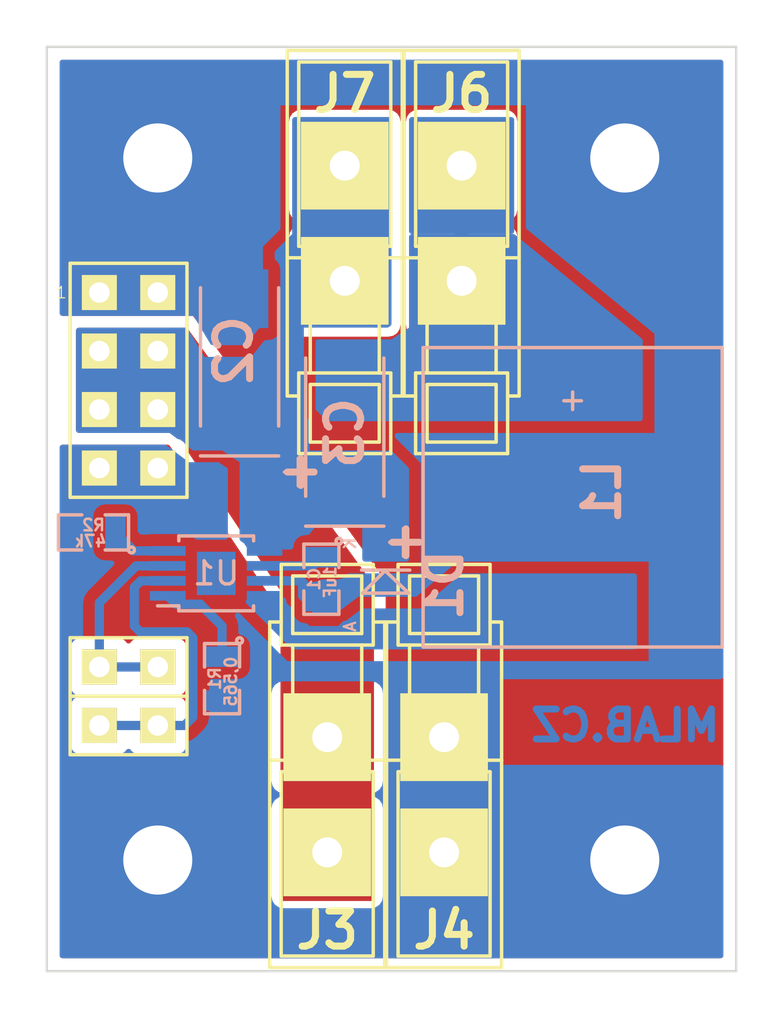
<source format=kicad_pcb>
(kicad_pcb (version 4) (host pcbnew "(2015-05-13 BZR 5653)-product")

  (general
    (links 37)
    (no_connects 0)
    (area 0.205999 -40.434001 30.274001 -0.205999)
    (thickness 1.6)
    (drawings 5)
    (tracks 35)
    (zones 0)
    (modules 19)
    (nets 10)
  )

  (page A4)
  (layers
    (0 F.Cu signal)
    (31 B.Cu signal)
    (32 B.Adhes user)
    (33 F.Adhes user)
    (34 B.Paste user)
    (35 F.Paste user)
    (36 B.SilkS user)
    (37 F.SilkS user)
    (38 B.Mask user)
    (39 F.Mask user)
    (40 Dwgs.User user)
    (41 Cmts.User user)
    (42 Eco1.User user)
    (43 Eco2.User user)
    (44 Edge.Cuts user)
    (45 Margin user)
    (46 B.CrtYd user)
    (47 F.CrtYd user)
    (48 B.Fab user)
    (49 F.Fab user)
  )

  (setup
    (last_trace_width 0.6)
    (user_trace_width 0.2)
    (user_trace_width 0.3)
    (user_trace_width 0.4)
    (user_trace_width 0.5)
    (user_trace_width 0.6)
    (trace_clearance 0.2)
    (zone_clearance 0.508)
    (zone_45_only yes)
    (trace_min 0.2)
    (segment_width 0.2)
    (edge_width 0.1)
    (via_size 0.6)
    (via_drill 0.4)
    (via_min_size 0.4)
    (via_min_drill 0.3)
    (uvia_size 0.3)
    (uvia_drill 0.1)
    (uvias_allowed no)
    (uvia_min_size 0.2)
    (uvia_min_drill 0.1)
    (pcb_text_width 0.3)
    (pcb_text_size 1.5 1.5)
    (mod_edge_width 0.15)
    (mod_text_size 1 1)
    (mod_text_width 0.15)
    (pad_size 1.5 1.5)
    (pad_drill 0.6)
    (pad_to_mask_clearance 0)
    (aux_axis_origin 0 0)
    (visible_elements 7FFFFF7F)
    (pcbplotparams
      (layerselection 0x00030_80000001)
      (usegerberextensions false)
      (excludeedgelayer true)
      (linewidth 0.300000)
      (plotframeref false)
      (viasonmask false)
      (mode 1)
      (useauxorigin false)
      (hpglpennumber 1)
      (hpglpenspeed 20)
      (hpglpendiameter 15)
      (hpglpenoverlay 2)
      (psnegative false)
      (psa4output false)
      (plotreference true)
      (plotvalue true)
      (plotinvisibletext false)
      (padsonsilk false)
      (subtractmaskfromsilk false)
      (outputformat 1)
      (mirror false)
      (drillshape 1)
      (scaleselection 1)
      (outputdirectory ""))
  )

  (net 0 "")
  (net 1 "Net-(C1-Pad1)")
  (net 2 GND)
  (net 3 /+LED)
  (net 4 /-LED)
  (net 5 /DIM)
  (net 6 /EN)
  (net 7 "Net-(R1-Pad1)")
  (net 8 "Net-(R2-Pad1)")
  (net 9 "Net-(D1-Pad1)")

  (net_class Default "Toto je výchozí třída sítě."
    (clearance 0.2)
    (trace_width 0.25)
    (via_dia 0.6)
    (via_drill 0.4)
    (uvia_dia 0.3)
    (uvia_drill 0.1)
    (add_net /+LED)
    (add_net /-LED)
    (add_net /DIM)
    (add_net /EN)
    (add_net GND)
    (add_net "Net-(C1-Pad1)")
    (add_net "Net-(D1-Pad1)")
    (add_net "Net-(R1-Pad1)")
    (add_net "Net-(R2-Pad1)")
  )

  (module Mlab_R:SMD-0805 (layer B.Cu) (tedit 54799E0C) (tstamp 564C38EE)
    (at 12.192 -17.272 270)
    (path /564C23E1)
    (attr smd)
    (fp_text reference C1 (at 0 0.3175 270) (layer B.SilkS)
      (effects (font (size 0.50038 0.50038) (thickness 0.10922)) (justify mirror))
    )
    (fp_text value 1uF (at 0.127 -0.381 270) (layer B.SilkS)
      (effects (font (size 0.50038 0.50038) (thickness 0.10922)) (justify mirror))
    )
    (fp_circle (center -1.651 -0.762) (end -1.651 -0.635) (layer B.SilkS) (width 0.15))
    (fp_line (start -0.508 -0.762) (end -1.524 -0.762) (layer B.SilkS) (width 0.15))
    (fp_line (start -1.524 -0.762) (end -1.524 0.762) (layer B.SilkS) (width 0.15))
    (fp_line (start -1.524 0.762) (end -0.508 0.762) (layer B.SilkS) (width 0.15))
    (fp_line (start 0.508 0.762) (end 1.524 0.762) (layer B.SilkS) (width 0.15))
    (fp_line (start 1.524 0.762) (end 1.524 -0.762) (layer B.SilkS) (width 0.15))
    (fp_line (start 1.524 -0.762) (end 0.508 -0.762) (layer B.SilkS) (width 0.15))
    (pad 1 smd rect (at -0.9525 0 270) (size 0.889 1.397) (layers B.Cu B.Paste B.Mask)
      (net 1 "Net-(C1-Pad1)"))
    (pad 2 smd rect (at 0.9525 0 270) (size 0.889 1.397) (layers B.Cu B.Paste B.Mask)
      (net 2 GND))
    (model MLAB_3D/Resistors/chip_cms.wrl
      (at (xyz 0 0 0))
      (scale (xyz 0.1 0.1 0.1))
      (rotate (xyz 0 0 0))
    )
  )

  (module Mlab_C:TantalC_SizeC_Reflow (layer B.Cu) (tedit 564C626B) (tstamp 564C38F4)
    (at 8.636 -26.924 90)
    (descr "Tantal Cap. , Size C, EIA-6032, Reflow,")
    (tags "Tantal Cap. , Size C, EIA-6032, Reflow,")
    (path /564C5CF3)
    (attr smd)
    (fp_text reference C2 (at 0.254 -0.254 90) (layer B.SilkS)
      (effects (font (thickness 0.3048)) (justify mirror))
    )
    (fp_text value 4,7uF (at -0.09906 -3.59918 90) (layer B.SilkS) hide
      (effects (font (thickness 0.3048)) (justify mirror))
    )
    (fp_line (start -4.30022 1.69926) (end -4.30022 -1.69926) (layer B.SilkS) (width 0.15))
    (fp_line (start 2.99974 -1.69926) (end -2.99974 -1.69926) (layer B.SilkS) (width 0.15))
    (fp_line (start 2.99974 1.69926) (end -2.99974 1.69926) (layer B.SilkS) (width 0.15))
    (fp_text user + (at -4.99872 2.55016 90) (layer B.SilkS)
      (effects (font (thickness 0.3048)) (justify mirror))
    )
    (fp_line (start -5.00126 3.05308) (end -5.00126 1.95326) (layer B.SilkS) (width 0.15))
    (fp_line (start -5.6007 2.5527) (end -4.40182 2.5527) (layer B.SilkS) (width 0.15))
    (pad 2 smd rect (at 2.52476 0 90) (size 2.55016 2.49936) (layers B.Cu B.Paste B.Mask)
      (net 2 GND))
    (pad 1 smd rect (at -2.52476 0 90) (size 2.55016 2.49936) (layers B.Cu B.Paste B.Mask)
      (net 3 /+LED))
    (model MLAB_3D/Capacitors/c_tant_C.wrl
      (at (xyz 0 0 0))
      (scale (xyz 1 1 1))
      (rotate (xyz 0 0 180))
    )
  )

  (module Mlab_C:TantalC_SizeC_Reflow (layer B.Cu) (tedit 564C6262) (tstamp 564C38FA)
    (at 13.208 -23.876 90)
    (descr "Tantal Cap. , Size C, EIA-6032, Reflow,")
    (tags "Tantal Cap. , Size C, EIA-6032, Reflow,")
    (path /564C245B)
    (attr smd)
    (fp_text reference C3 (at -0.254 0 90) (layer B.SilkS)
      (effects (font (thickness 0.3048)) (justify mirror))
    )
    (fp_text value 4,7uF (at -0.09906 -3.59918 90) (layer B.SilkS) hide
      (effects (font (thickness 0.3048)) (justify mirror))
    )
    (fp_line (start -4.30022 1.69926) (end -4.30022 -1.69926) (layer B.SilkS) (width 0.15))
    (fp_line (start 2.99974 -1.69926) (end -2.99974 -1.69926) (layer B.SilkS) (width 0.15))
    (fp_line (start 2.99974 1.69926) (end -2.99974 1.69926) (layer B.SilkS) (width 0.15))
    (fp_text user + (at -4.99872 2.55016 90) (layer B.SilkS)
      (effects (font (thickness 0.3048)) (justify mirror))
    )
    (fp_line (start -5.00126 3.05308) (end -5.00126 1.95326) (layer B.SilkS) (width 0.15))
    (fp_line (start -5.6007 2.5527) (end -4.40182 2.5527) (layer B.SilkS) (width 0.15))
    (pad 2 smd rect (at 2.52476 0 90) (size 2.55016 2.49936) (layers B.Cu B.Paste B.Mask)
      (net 4 /-LED))
    (pad 1 smd rect (at -2.52476 0 90) (size 2.55016 2.49936) (layers B.Cu B.Paste B.Mask)
      (net 3 /+LED))
    (model MLAB_3D/Capacitors/c_tant_C.wrl
      (at (xyz 0 0 0))
      (scale (xyz 1 1 1))
      (rotate (xyz 0 0 180))
    )
  )

  (module Mlab_D:Diode-MiniMELF_Standard (layer B.Cu) (tedit 547999ED) (tstamp 564C3900)
    (at 14.986 -17.018 90)
    (descr "Diode Mini-MELF Standard")
    (tags "Diode Mini-MELF Standard")
    (path /564CE757)
    (attr smd)
    (fp_text reference D1 (at 0 2.54 90) (layer B.SilkS)
      (effects (font (thickness 0.3048)) (justify mirror))
    )
    (fp_text value TMMBAT48 (at 0 -3.81 90) (layer B.SilkS) hide
      (effects (font (thickness 0.3048)) (justify mirror))
    )
    (fp_line (start 0.65024 -0.0508) (end -0.35052 1.00076) (layer B.SilkS) (width 0.15))
    (fp_line (start -0.35052 1.00076) (end -0.35052 -1.00076) (layer B.SilkS) (width 0.15))
    (fp_line (start -0.35052 -1.00076) (end 0.65024 0) (layer B.SilkS) (width 0.15))
    (fp_line (start 0.65024 1.04902) (end 0.65024 -1.04902) (layer B.SilkS) (width 0.15))
    (fp_text user A (at -1.80086 -1.5494 90) (layer B.SilkS)
      (effects (font (size 0.50038 0.50038) (thickness 0.09906)) (justify mirror))
    )
    (fp_text user K (at 1.80086 -1.5494 90) (layer B.SilkS)
      (effects (font (size 0.50038 0.50038) (thickness 0.09906)) (justify mirror))
    )
    (fp_circle (center 0 0) (end 0 -0.55118) (layer B.Adhes) (width 0.381))
    (fp_circle (center 0 0) (end 0 -0.20066) (layer B.Adhes) (width 0.381))
    (pad 1 smd rect (at -1.75006 0 90) (size 1.30048 1.69926) (layers B.Cu B.Paste B.Mask)
      (net 9 "Net-(D1-Pad1)"))
    (pad 2 smd rect (at 1.75006 0 90) (size 1.30048 1.69926) (layers B.Cu B.Paste B.Mask)
      (net 3 /+LED))
    (model MLAB_3D/Diodes/MiniMELF_DO213AA.wrl
      (at (xyz 0 0 0))
      (scale (xyz 0.3937 0.3937 0.3937))
      (rotate (xyz 0 0 0))
    )
  )

  (module Mlab_Pin_Headers:Straight_1x02 (layer F.Cu) (tedit 564C5FE2) (tstamp 564C3906)
    (at 3.81 -10.922 90)
    (descr "pin header straight 1x02")
    (tags "pin header straight 1x02")
    (path /564C6381)
    (fp_text reference J1 (at 0 -3.81 90) (layer F.SilkS) hide
      (effects (font (size 1.5 1.5) (thickness 0.15)))
    )
    (fp_text value JUMP_2x1 (at 0 3.81 90) (layer F.SilkS) hide
      (effects (font (size 1.5 1.5) (thickness 0.15)))
    )
    (fp_text user 1 (at -1.651 -1.27 90) (layer F.SilkS) hide
      (effects (font (size 0.5 0.5) (thickness 0.05)))
    )
    (fp_line (start -1.27 -2.54) (end 1.27 -2.54) (layer F.SilkS) (width 0.15))
    (fp_line (start 1.27 -2.54) (end 1.27 2.54) (layer F.SilkS) (width 0.15))
    (fp_line (start 1.27 2.54) (end -1.27 2.54) (layer F.SilkS) (width 0.15))
    (fp_line (start -1.27 2.54) (end -1.27 -2.54) (layer F.SilkS) (width 0.15))
    (pad 2 thru_hole rect (at 0 1.27 90) (size 1.524 1.524) (drill 0.889) (layers *.Cu *.Mask F.SilkS)
      (net 5 /DIM))
    (pad 1 thru_hole rect (at 0 -1.27 90) (size 1.524 1.524) (drill 0.889) (layers *.Cu *.Mask F.SilkS)
      (net 5 /DIM))
    (model Pin_Headers/Pin_Header_Straight_1x02.wrl
      (at (xyz 0 0 0))
      (scale (xyz 1 1 1))
      (rotate (xyz 0 0 90))
    )
  )

  (module Mlab_Pin_Headers:Straight_1x02 (layer F.Cu) (tedit 5535DB0D) (tstamp 564C390C)
    (at 3.81 -13.462 90)
    (descr "pin header straight 1x02")
    (tags "pin header straight 1x02")
    (path /564C66D6)
    (fp_text reference J2 (at 0 -3.81 90) (layer F.SilkS) hide
      (effects (font (size 1.5 1.5) (thickness 0.15)))
    )
    (fp_text value JUMP_2x1 (at 0 3.81 90) (layer F.SilkS) hide
      (effects (font (size 1.5 1.5) (thickness 0.15)))
    )
    (fp_text user 1 (at -1.651 -1.27 90) (layer F.SilkS) hide
      (effects (font (size 0.5 0.5) (thickness 0.05)))
    )
    (fp_line (start -1.27 -2.54) (end 1.27 -2.54) (layer F.SilkS) (width 0.15))
    (fp_line (start 1.27 -2.54) (end 1.27 2.54) (layer F.SilkS) (width 0.15))
    (fp_line (start 1.27 2.54) (end -1.27 2.54) (layer F.SilkS) (width 0.15))
    (fp_line (start -1.27 2.54) (end -1.27 -2.54) (layer F.SilkS) (width 0.15))
    (pad 2 thru_hole rect (at 0 1.27 90) (size 1.524 1.524) (drill 0.889) (layers *.Cu *.Mask F.SilkS)
      (net 6 /EN))
    (pad 1 thru_hole rect (at 0 -1.27 90) (size 1.524 1.524) (drill 0.889) (layers *.Cu *.Mask F.SilkS)
      (net 6 /EN))
    (model Pin_Headers/Pin_Header_Straight_1x02.wrl
      (at (xyz 0 0 0))
      (scale (xyz 1 1 1))
      (rotate (xyz 0 0 90))
    )
  )

  (module Mlab_Con:WAGO256 (layer F.Cu) (tedit 564C6033) (tstamp 564C3912)
    (at 12.446 -7.874 90)
    (descr "WAGO-Series 236, 2Stift, 1pol, RM 5mm,")
    (tags "WAGO-Series 236, 2Stift, 1pol, RM 5mm, Anreibare Leiterplattenklemme")
    (path /564C46DC)
    (fp_text reference J3 (at -5.842 0 360) (layer F.SilkS)
      (effects (font (thickness 0.3048)))
    )
    (fp_text value WAGO256 (at 0.254 4.064 90) (layer F.SilkS) hide
      (effects (font (thickness 0.3048)))
    )
    (fp_line (start 7.54 2.5) (end 7.54 2) (layer F.SilkS) (width 0.15))
    (fp_line (start 7.54 -2) (end 7.54 -2.5) (layer F.SilkS) (width 0.15))
    (fp_line (start 1.54 2.5001) (end 1.54 -2.5001) (layer F.SilkS) (width 0.15))
    (fp_line (start -7.46 2.5001) (end -7.46 -2.5001) (layer F.SilkS) (width 0.15))
    (fp_line (start 9.54 1.501) (end 9.54 -1.501) (layer F.SilkS) (width 0.15))
    (fp_line (start 7.0401 1.501) (end 7.0401 -1.501) (layer F.SilkS) (width 0.15))
    (fp_line (start 10.0401 -2) (end 10.0401 2) (layer F.SilkS) (width 0.15))
    (fp_line (start 6.54 -2) (end 6.54 2) (layer F.SilkS) (width 0.15))
    (fp_line (start 3.54 1.5001) (end 3.54 -1.5001) (layer F.SilkS) (width 0.15))
    (fp_line (start 1.0399 -2) (end 1.0399 2) (layer F.SilkS) (width 0.15))
    (fp_line (start -6.9601 2) (end -6.9601 -2) (layer F.SilkS) (width 0.15))
    (fp_line (start 1.0399 1) (end 1.54 1) (layer F.SilkS) (width 0.15))
    (fp_line (start 7.0401 1.5) (end 9.54 1.5) (layer F.SilkS) (width 0.15))
    (fp_line (start 6.54 2) (end 10.0401 2) (layer F.SilkS) (width 0.15))
    (fp_line (start 1.0399 -1) (end 1.54 -1) (layer F.SilkS) (width 0.15))
    (fp_line (start 7.0401 -1.5) (end 9.54 -1.5) (layer F.SilkS) (width 0.15))
    (fp_line (start 6.54 -2) (end 10.041 -2) (layer F.SilkS) (width 0.15))
    (fp_line (start 3.54 1.5) (end 6.54 1.5) (layer F.SilkS) (width 0.15))
    (fp_line (start -6.9601 2) (end 1.0399 2) (layer F.SilkS) (width 0.15))
    (fp_line (start 1.54 2.5) (end 7.54 2.5) (layer F.SilkS) (width 0.15))
    (fp_line (start 3.54 -1.5) (end 6.54 -1.5) (layer F.SilkS) (width 0.15))
    (fp_line (start -6.9601 -2) (end 1.0399 -2) (layer F.SilkS) (width 0.15))
    (fp_line (start 1.54 -2.5) (end 7.54 -2.5) (layer F.SilkS) (width 0.15))
    (fp_line (start 1.54 2.5) (end -7.46 2.5) (layer F.SilkS) (width 0.15))
    (fp_line (start -7.46 -2.5) (end 1.54 -2.5) (layer F.SilkS) (width 0.15))
    (pad 1 thru_hole rect (at -2.46 0 180) (size 3.81 3.81) (drill 1.3) (layers *.Cu *.Mask F.SilkS)
      (net 3 /+LED))
    (pad 1 thru_hole rect (at 2.54 0 180) (size 3.81 3.81) (drill 1.3) (layers *.Cu *.Mask F.SilkS)
      (net 3 /+LED))
  )

  (module Mlab_Con:WAGO256 (layer F.Cu) (tedit 564C6037) (tstamp 564C3918)
    (at 17.526 -7.874 90)
    (descr "WAGO-Series 236, 2Stift, 1pol, RM 5mm,")
    (tags "WAGO-Series 236, 2Stift, 1pol, RM 5mm, Anreibare Leiterplattenklemme")
    (path /564C45D7)
    (fp_text reference J4 (at -5.842 0 180) (layer F.SilkS)
      (effects (font (thickness 0.3048)))
    )
    (fp_text value WAGO256 (at 0.254 4.064 90) (layer F.SilkS) hide
      (effects (font (thickness 0.3048)))
    )
    (fp_line (start 7.54 2.5) (end 7.54 2) (layer F.SilkS) (width 0.15))
    (fp_line (start 7.54 -2) (end 7.54 -2.5) (layer F.SilkS) (width 0.15))
    (fp_line (start 1.54 2.5001) (end 1.54 -2.5001) (layer F.SilkS) (width 0.15))
    (fp_line (start -7.46 2.5001) (end -7.46 -2.5001) (layer F.SilkS) (width 0.15))
    (fp_line (start 9.54 1.501) (end 9.54 -1.501) (layer F.SilkS) (width 0.15))
    (fp_line (start 7.0401 1.501) (end 7.0401 -1.501) (layer F.SilkS) (width 0.15))
    (fp_line (start 10.0401 -2) (end 10.0401 2) (layer F.SilkS) (width 0.15))
    (fp_line (start 6.54 -2) (end 6.54 2) (layer F.SilkS) (width 0.15))
    (fp_line (start 3.54 1.5001) (end 3.54 -1.5001) (layer F.SilkS) (width 0.15))
    (fp_line (start 1.0399 -2) (end 1.0399 2) (layer F.SilkS) (width 0.15))
    (fp_line (start -6.9601 2) (end -6.9601 -2) (layer F.SilkS) (width 0.15))
    (fp_line (start 1.0399 1) (end 1.54 1) (layer F.SilkS) (width 0.15))
    (fp_line (start 7.0401 1.5) (end 9.54 1.5) (layer F.SilkS) (width 0.15))
    (fp_line (start 6.54 2) (end 10.0401 2) (layer F.SilkS) (width 0.15))
    (fp_line (start 1.0399 -1) (end 1.54 -1) (layer F.SilkS) (width 0.15))
    (fp_line (start 7.0401 -1.5) (end 9.54 -1.5) (layer F.SilkS) (width 0.15))
    (fp_line (start 6.54 -2) (end 10.041 -2) (layer F.SilkS) (width 0.15))
    (fp_line (start 3.54 1.5) (end 6.54 1.5) (layer F.SilkS) (width 0.15))
    (fp_line (start -6.9601 2) (end 1.0399 2) (layer F.SilkS) (width 0.15))
    (fp_line (start 1.54 2.5) (end 7.54 2.5) (layer F.SilkS) (width 0.15))
    (fp_line (start 3.54 -1.5) (end 6.54 -1.5) (layer F.SilkS) (width 0.15))
    (fp_line (start -6.9601 -2) (end 1.0399 -2) (layer F.SilkS) (width 0.15))
    (fp_line (start 1.54 -2.5) (end 7.54 -2.5) (layer F.SilkS) (width 0.15))
    (fp_line (start 1.54 2.5) (end -7.46 2.5) (layer F.SilkS) (width 0.15))
    (fp_line (start -7.46 -2.5) (end 1.54 -2.5) (layer F.SilkS) (width 0.15))
    (pad 1 thru_hole rect (at -2.46 0 180) (size 3.81 3.81) (drill 1.3) (layers *.Cu *.Mask F.SilkS)
      (net 2 GND))
    (pad 1 thru_hole rect (at 2.54 0 180) (size 3.81 3.81) (drill 1.3) (layers *.Cu *.Mask F.SilkS)
      (net 2 GND))
  )

  (module Mlab_Pin_Headers:Straight_2x04 (layer F.Cu) (tedit 5535DB57) (tstamp 564C3924)
    (at 3.81 -25.908)
    (descr "pin header straight 2x04")
    (tags "pin header straight 2x04")
    (path /564C472F)
    (fp_text reference J5 (at 0 -6.35) (layer F.SilkS) hide
      (effects (font (size 1.5 1.5) (thickness 0.15)))
    )
    (fp_text value JUMP_4X2 (at 0 6.35) (layer F.SilkS) hide
      (effects (font (size 1.5 1.5) (thickness 0.15)))
    )
    (fp_text user 1 (at -2.921 -3.81) (layer F.SilkS)
      (effects (font (size 0.5 0.5) (thickness 0.05)))
    )
    (fp_line (start -2.54 -5.08) (end 2.54 -5.08) (layer F.SilkS) (width 0.15))
    (fp_line (start 2.54 -5.08) (end 2.54 5.08) (layer F.SilkS) (width 0.15))
    (fp_line (start 2.54 5.08) (end -2.54 5.08) (layer F.SilkS) (width 0.15))
    (fp_line (start -2.54 5.08) (end -2.54 -5.08) (layer F.SilkS) (width 0.15))
    (pad 1 thru_hole rect (at -1.27 -3.81) (size 1.524 1.524) (drill 0.889) (layers *.Cu *.Mask F.SilkS)
      (net 2 GND))
    (pad 2 thru_hole rect (at 1.27 -3.81) (size 1.524 1.524) (drill 0.889) (layers *.Cu *.Mask F.SilkS)
      (net 2 GND))
    (pad 3 thru_hole rect (at -1.27 -1.27) (size 1.524 1.524) (drill 0.889) (layers *.Cu *.Mask F.SilkS)
      (net 3 /+LED))
    (pad 4 thru_hole rect (at 1.27 -1.27) (size 1.524 1.524) (drill 0.889) (layers *.Cu *.Mask F.SilkS)
      (net 3 /+LED))
    (pad 5 thru_hole rect (at -1.27 1.27) (size 1.524 1.524) (drill 0.889) (layers *.Cu *.Mask F.SilkS)
      (net 3 /+LED))
    (pad 6 thru_hole rect (at 1.27 1.27) (size 1.524 1.524) (drill 0.889) (layers *.Cu *.Mask F.SilkS)
      (net 3 /+LED))
    (pad 7 thru_hole rect (at -1.27 3.81) (size 1.524 1.524) (drill 0.889) (layers *.Cu *.Mask F.SilkS)
      (net 2 GND))
    (pad 8 thru_hole rect (at 1.27 3.81) (size 1.524 1.524) (drill 0.889) (layers *.Cu *.Mask F.SilkS)
      (net 2 GND))
    (model Pin_Headers/Pin_Header_Straight_2x04.wrl
      (at (xyz 0 0 0))
      (scale (xyz 1 1 1))
      (rotate (xyz 0 0 90))
    )
  )

  (module Mlab_Con:WAGO256 (layer F.Cu) (tedit 564C6021) (tstamp 564C392A)
    (at 18.288 -32.766 270)
    (descr "WAGO-Series 236, 2Stift, 1pol, RM 5mm,")
    (tags "WAGO-Series 236, 2Stift, 1pol, RM 5mm, Anreibare Leiterplattenklemme")
    (path /564C6DCF)
    (fp_text reference J6 (at -5.588 0 540) (layer F.SilkS)
      (effects (font (thickness 0.3048)))
    )
    (fp_text value WAGO256 (at 0.254 4.064 270) (layer F.SilkS) hide
      (effects (font (thickness 0.3048)))
    )
    (fp_line (start 7.54 2.5) (end 7.54 2) (layer F.SilkS) (width 0.15))
    (fp_line (start 7.54 -2) (end 7.54 -2.5) (layer F.SilkS) (width 0.15))
    (fp_line (start 1.54 2.5001) (end 1.54 -2.5001) (layer F.SilkS) (width 0.15))
    (fp_line (start -7.46 2.5001) (end -7.46 -2.5001) (layer F.SilkS) (width 0.15))
    (fp_line (start 9.54 1.501) (end 9.54 -1.501) (layer F.SilkS) (width 0.15))
    (fp_line (start 7.0401 1.501) (end 7.0401 -1.501) (layer F.SilkS) (width 0.15))
    (fp_line (start 10.0401 -2) (end 10.0401 2) (layer F.SilkS) (width 0.15))
    (fp_line (start 6.54 -2) (end 6.54 2) (layer F.SilkS) (width 0.15))
    (fp_line (start 3.54 1.5001) (end 3.54 -1.5001) (layer F.SilkS) (width 0.15))
    (fp_line (start 1.0399 -2) (end 1.0399 2) (layer F.SilkS) (width 0.15))
    (fp_line (start -6.9601 2) (end -6.9601 -2) (layer F.SilkS) (width 0.15))
    (fp_line (start 1.0399 1) (end 1.54 1) (layer F.SilkS) (width 0.15))
    (fp_line (start 7.0401 1.5) (end 9.54 1.5) (layer F.SilkS) (width 0.15))
    (fp_line (start 6.54 2) (end 10.0401 2) (layer F.SilkS) (width 0.15))
    (fp_line (start 1.0399 -1) (end 1.54 -1) (layer F.SilkS) (width 0.15))
    (fp_line (start 7.0401 -1.5) (end 9.54 -1.5) (layer F.SilkS) (width 0.15))
    (fp_line (start 6.54 -2) (end 10.041 -2) (layer F.SilkS) (width 0.15))
    (fp_line (start 3.54 1.5) (end 6.54 1.5) (layer F.SilkS) (width 0.15))
    (fp_line (start -6.9601 2) (end 1.0399 2) (layer F.SilkS) (width 0.15))
    (fp_line (start 1.54 2.5) (end 7.54 2.5) (layer F.SilkS) (width 0.15))
    (fp_line (start 3.54 -1.5) (end 6.54 -1.5) (layer F.SilkS) (width 0.15))
    (fp_line (start -6.9601 -2) (end 1.0399 -2) (layer F.SilkS) (width 0.15))
    (fp_line (start 1.54 -2.5) (end 7.54 -2.5) (layer F.SilkS) (width 0.15))
    (fp_line (start 1.54 2.5) (end -7.46 2.5) (layer F.SilkS) (width 0.15))
    (fp_line (start -7.46 -2.5) (end 1.54 -2.5) (layer F.SilkS) (width 0.15))
    (pad 1 thru_hole rect (at -2.46 0) (size 3.81 3.81) (drill 1.3) (layers *.Cu *.Mask F.SilkS)
      (net 4 /-LED))
    (pad 1 thru_hole rect (at 2.54 0) (size 3.81 3.81) (drill 1.3) (layers *.Cu *.Mask F.SilkS)
      (net 4 /-LED))
  )

  (module Mlab_Con:WAGO256 (layer F.Cu) (tedit 564C6017) (tstamp 564C3930)
    (at 13.208 -32.766 270)
    (descr "WAGO-Series 236, 2Stift, 1pol, RM 5mm,")
    (tags "WAGO-Series 236, 2Stift, 1pol, RM 5mm, Anreibare Leiterplattenklemme")
    (path /564C7D80)
    (fp_text reference J7 (at -5.588 0 360) (layer F.SilkS)
      (effects (font (thickness 0.3048)))
    )
    (fp_text value WAGO256 (at 0.254 4.064 270) (layer F.SilkS) hide
      (effects (font (thickness 0.3048)))
    )
    (fp_line (start 7.54 2.5) (end 7.54 2) (layer F.SilkS) (width 0.15))
    (fp_line (start 7.54 -2) (end 7.54 -2.5) (layer F.SilkS) (width 0.15))
    (fp_line (start 1.54 2.5001) (end 1.54 -2.5001) (layer F.SilkS) (width 0.15))
    (fp_line (start -7.46 2.5001) (end -7.46 -2.5001) (layer F.SilkS) (width 0.15))
    (fp_line (start 9.54 1.501) (end 9.54 -1.501) (layer F.SilkS) (width 0.15))
    (fp_line (start 7.0401 1.501) (end 7.0401 -1.501) (layer F.SilkS) (width 0.15))
    (fp_line (start 10.0401 -2) (end 10.0401 2) (layer F.SilkS) (width 0.15))
    (fp_line (start 6.54 -2) (end 6.54 2) (layer F.SilkS) (width 0.15))
    (fp_line (start 3.54 1.5001) (end 3.54 -1.5001) (layer F.SilkS) (width 0.15))
    (fp_line (start 1.0399 -2) (end 1.0399 2) (layer F.SilkS) (width 0.15))
    (fp_line (start -6.9601 2) (end -6.9601 -2) (layer F.SilkS) (width 0.15))
    (fp_line (start 1.0399 1) (end 1.54 1) (layer F.SilkS) (width 0.15))
    (fp_line (start 7.0401 1.5) (end 9.54 1.5) (layer F.SilkS) (width 0.15))
    (fp_line (start 6.54 2) (end 10.0401 2) (layer F.SilkS) (width 0.15))
    (fp_line (start 1.0399 -1) (end 1.54 -1) (layer F.SilkS) (width 0.15))
    (fp_line (start 7.0401 -1.5) (end 9.54 -1.5) (layer F.SilkS) (width 0.15))
    (fp_line (start 6.54 -2) (end 10.041 -2) (layer F.SilkS) (width 0.15))
    (fp_line (start 3.54 1.5) (end 6.54 1.5) (layer F.SilkS) (width 0.15))
    (fp_line (start -6.9601 2) (end 1.0399 2) (layer F.SilkS) (width 0.15))
    (fp_line (start 1.54 2.5) (end 7.54 2.5) (layer F.SilkS) (width 0.15))
    (fp_line (start 3.54 -1.5) (end 6.54 -1.5) (layer F.SilkS) (width 0.15))
    (fp_line (start -6.9601 -2) (end 1.0399 -2) (layer F.SilkS) (width 0.15))
    (fp_line (start 1.54 -2.5) (end 7.54 -2.5) (layer F.SilkS) (width 0.15))
    (fp_line (start 1.54 2.5) (end -7.46 2.5) (layer F.SilkS) (width 0.15))
    (fp_line (start -7.46 -2.5) (end 1.54 -2.5) (layer F.SilkS) (width 0.15))
    (pad 1 thru_hole rect (at -2.46 0) (size 3.81 3.81) (drill 1.3) (layers *.Cu *.Mask F.SilkS)
      (net 3 /+LED))
    (pad 1 thru_hole rect (at 2.54 0) (size 3.81 3.81) (drill 1.3) (layers *.Cu *.Mask F.SilkS)
      (net 3 /+LED))
  )

  (module Mlab_L:DE1205-10 (layer B.Cu) (tedit 564C61C4) (tstamp 564C3936)
    (at 23.114 -20.828 90)
    (descr "SMT capacitor, aluminium electrolytic, 10x10.5")
    (path /564C22DA)
    (fp_text reference L1 (at 0.254 1.27 90) (layer B.SilkS)
      (effects (font (thickness 0.3048)) (justify mirror))
    )
    (fp_text value "DE1207-22 (22uH)" (at 0 -5.842 90) (layer B.SilkS) hide
      (effects (font (size 0.50038 0.50038) (thickness 0.11938)) (justify mirror))
    )
    (fp_line (start -6.5 6.5) (end -6.5 -6.5) (layer B.SilkS) (width 0.15))
    (fp_line (start -6.5 -6.5) (end 6.5 -6.5) (layer B.SilkS) (width 0.15))
    (fp_line (start 6.5 -6.5) (end 6.5 6.5) (layer B.SilkS) (width 0.15))
    (fp_line (start 6.5 6.5) (end -6.5 6.5) (layer B.SilkS) (width 0.15))
    (fp_line (start 4.572 0) (end 3.81 0) (layer B.SilkS) (width 0.15))
    (fp_line (start 4.191 0.381) (end 4.191 -0.381) (layer B.SilkS) (width 0.15))
    (pad 1 smd rect (at 5 0 90) (size 3 5.5) (layers B.Cu B.Paste B.Mask)
      (net 4 /-LED))
    (pad 2 smd rect (at -5 0 90) (size 3 5.5) (layers B.Cu B.Paste B.Mask)
      (net 9 "Net-(D1-Pad1)"))
    (model Capacitors_SMD/c_elec_10x10_5.wrl
      (at (xyz 0 0 0))
      (scale (xyz 1 1 1))
      (rotate (xyz 0 0 0))
    )
  )

  (module Mlab_Mechanical:MountingHole_3mm placed (layer F.Cu) (tedit 5535DB2C) (tstamp 564C393B)
    (at 25.38 -5.08)
    (descr "Mounting hole, Befestigungsbohrung, 3mm, No Annular, Kein Restring,")
    (tags "Mounting hole, Befestigungsbohrung, 3mm, No Annular, Kein Restring,")
    (path /564C252E)
    (fp_text reference P1 (at 0 -4.191) (layer F.SilkS) hide
      (effects (font (thickness 0.3048)))
    )
    (fp_text value M3 (at 0 4.191) (layer F.SilkS) hide
      (effects (font (thickness 0.3048)))
    )
    (fp_circle (center 0 0) (end 2.99974 0) (layer Cmts.User) (width 0.381))
    (pad 1 thru_hole circle (at 0 0) (size 6 6) (drill 3) (layers *.Cu *.Adhes *.Mask)
      (net 2 GND) (clearance 1) (zone_connect 2))
  )

  (module Mlab_Mechanical:MountingHole_3mm placed (layer F.Cu) (tedit 5535DB2C) (tstamp 564C3940)
    (at 25.38 -35.56)
    (descr "Mounting hole, Befestigungsbohrung, 3mm, No Annular, Kein Restring,")
    (tags "Mounting hole, Befestigungsbohrung, 3mm, No Annular, Kein Restring,")
    (path /564CD7AE)
    (fp_text reference P2 (at 0 -4.191) (layer F.SilkS) hide
      (effects (font (thickness 0.3048)))
    )
    (fp_text value M3 (at 0 4.191) (layer F.SilkS) hide
      (effects (font (thickness 0.3048)))
    )
    (fp_circle (center 0 0) (end 2.99974 0) (layer Cmts.User) (width 0.381))
    (pad 1 thru_hole circle (at 0 0) (size 6 6) (drill 3) (layers *.Cu *.Adhes *.Mask)
      (net 2 GND) (clearance 1) (zone_connect 2))
  )

  (module Mlab_Mechanical:MountingHole_3mm placed (layer F.Cu) (tedit 5535DB2C) (tstamp 564C3945)
    (at 5.08 -35.56)
    (descr "Mounting hole, Befestigungsbohrung, 3mm, No Annular, Kein Restring,")
    (tags "Mounting hole, Befestigungsbohrung, 3mm, No Annular, Kein Restring,")
    (path /564CD84E)
    (fp_text reference P3 (at 0 -4.191) (layer F.SilkS) hide
      (effects (font (thickness 0.3048)))
    )
    (fp_text value M3 (at 0 4.191) (layer F.SilkS) hide
      (effects (font (thickness 0.3048)))
    )
    (fp_circle (center 0 0) (end 2.99974 0) (layer Cmts.User) (width 0.381))
    (pad 1 thru_hole circle (at 0 0) (size 6 6) (drill 3) (layers *.Cu *.Adhes *.Mask)
      (net 2 GND) (clearance 1) (zone_connect 2))
  )

  (module Mlab_Mechanical:MountingHole_3mm placed (layer F.Cu) (tedit 5535DB2C) (tstamp 564C394A)
    (at 5.08 -5.08)
    (descr "Mounting hole, Befestigungsbohrung, 3mm, No Annular, Kein Restring,")
    (tags "Mounting hole, Befestigungsbohrung, 3mm, No Annular, Kein Restring,")
    (path /564CD8D0)
    (fp_text reference P4 (at 0 -4.191) (layer F.SilkS) hide
      (effects (font (thickness 0.3048)))
    )
    (fp_text value M3 (at 0 4.191) (layer F.SilkS) hide
      (effects (font (thickness 0.3048)))
    )
    (fp_circle (center 0 0) (end 2.99974 0) (layer Cmts.User) (width 0.381))
    (pad 1 thru_hole circle (at 0 0) (size 6 6) (drill 3) (layers *.Cu *.Adhes *.Mask)
      (net 2 GND) (clearance 1) (zone_connect 2))
  )

  (module Mlab_R:SMD-0805 (layer B.Cu) (tedit 54799E0C) (tstamp 564C3950)
    (at 7.874 -12.954 270)
    (path /564C2218)
    (attr smd)
    (fp_text reference R1 (at 0 0.3175 270) (layer B.SilkS)
      (effects (font (size 0.50038 0.50038) (thickness 0.10922)) (justify mirror))
    )
    (fp_text value 0,565 (at 0.127 -0.381 270) (layer B.SilkS)
      (effects (font (size 0.50038 0.50038) (thickness 0.10922)) (justify mirror))
    )
    (fp_circle (center -1.651 -0.762) (end -1.651 -0.635) (layer B.SilkS) (width 0.15))
    (fp_line (start -0.508 -0.762) (end -1.524 -0.762) (layer B.SilkS) (width 0.15))
    (fp_line (start -1.524 -0.762) (end -1.524 0.762) (layer B.SilkS) (width 0.15))
    (fp_line (start -1.524 0.762) (end -0.508 0.762) (layer B.SilkS) (width 0.15))
    (fp_line (start 0.508 0.762) (end 1.524 0.762) (layer B.SilkS) (width 0.15))
    (fp_line (start 1.524 0.762) (end 1.524 -0.762) (layer B.SilkS) (width 0.15))
    (fp_line (start 1.524 -0.762) (end 0.508 -0.762) (layer B.SilkS) (width 0.15))
    (pad 1 smd rect (at -0.9525 0 270) (size 0.889 1.397) (layers B.Cu B.Paste B.Mask)
      (net 7 "Net-(R1-Pad1)"))
    (pad 2 smd rect (at 0.9525 0 270) (size 0.889 1.397) (layers B.Cu B.Paste B.Mask)
      (net 2 GND))
    (model MLAB_3D/Resistors/chip_cms.wrl
      (at (xyz 0 0 0))
      (scale (xyz 0.1 0.1 0.1))
      (rotate (xyz 0 0 0))
    )
  )

  (module Mlab_R:SMD-0805 (layer B.Cu) (tedit 54799E0C) (tstamp 564C3956)
    (at 2.286 -19.304 180)
    (path /564C555E)
    (attr smd)
    (fp_text reference R2 (at 0 0.3175 180) (layer B.SilkS)
      (effects (font (size 0.50038 0.50038) (thickness 0.10922)) (justify mirror))
    )
    (fp_text value 47k (at 0.127 -0.381 180) (layer B.SilkS)
      (effects (font (size 0.50038 0.50038) (thickness 0.10922)) (justify mirror))
    )
    (fp_circle (center -1.651 -0.762) (end -1.651 -0.635) (layer B.SilkS) (width 0.15))
    (fp_line (start -0.508 -0.762) (end -1.524 -0.762) (layer B.SilkS) (width 0.15))
    (fp_line (start -1.524 -0.762) (end -1.524 0.762) (layer B.SilkS) (width 0.15))
    (fp_line (start -1.524 0.762) (end -0.508 0.762) (layer B.SilkS) (width 0.15))
    (fp_line (start 0.508 0.762) (end 1.524 0.762) (layer B.SilkS) (width 0.15))
    (fp_line (start 1.524 0.762) (end 1.524 -0.762) (layer B.SilkS) (width 0.15))
    (fp_line (start 1.524 -0.762) (end 0.508 -0.762) (layer B.SilkS) (width 0.15))
    (pad 1 smd rect (at -0.9525 0 180) (size 0.889 1.397) (layers B.Cu B.Paste B.Mask)
      (net 8 "Net-(R2-Pad1)"))
    (pad 2 smd rect (at 0.9525 0 180) (size 0.889 1.397) (layers B.Cu B.Paste B.Mask)
      (net 2 GND))
    (model MLAB_3D/Resistors/chip_cms.wrl
      (at (xyz 0 0 0))
      (scale (xyz 0.1 0.1 0.1))
      (rotate (xyz 0 0 0))
    )
  )

  (module Mlab_IO:MSOP-8-1EP_3x3mm_Pitch0.65mm placed (layer B.Cu) (tedit 564C617D) (tstamp 564C3966)
    (at 7.62 -17.526)
    (descr "MS8E Package; 8-Lead Plastic MSOP, Exposed Die Pad (see Linear Technology 05081662_K_MS8E.pdf)")
    (tags "SSOP 0.65")
    (path /564C4B7F)
    (attr smd)
    (fp_text reference U1 (at 0 0) (layer B.SilkS)
      (effects (font (size 1 1) (thickness 0.15)) (justify mirror))
    )
    (fp_text value LM3407 (at 0 -2.55) (layer B.Fab) hide
      (effects (font (size 1 1) (thickness 0.15)) (justify mirror))
    )
    (fp_line (start -2.8 1.8) (end -2.8 -1.8) (layer B.CrtYd) (width 0.05))
    (fp_line (start 2.8 1.8) (end 2.8 -1.8) (layer B.CrtYd) (width 0.05))
    (fp_line (start -2.8 1.8) (end 2.8 1.8) (layer B.CrtYd) (width 0.05))
    (fp_line (start -2.8 -1.8) (end 2.8 -1.8) (layer B.CrtYd) (width 0.05))
    (fp_line (start -1.625 1.625) (end -1.625 1.41) (layer B.SilkS) (width 0.15))
    (fp_line (start 1.625 1.625) (end 1.625 1.41) (layer B.SilkS) (width 0.15))
    (fp_line (start 1.625 -1.625) (end 1.625 -1.41) (layer B.SilkS) (width 0.15))
    (fp_line (start -1.625 -1.625) (end -1.625 -1.41) (layer B.SilkS) (width 0.15))
    (fp_line (start -1.625 1.625) (end 1.625 1.625) (layer B.SilkS) (width 0.15))
    (fp_line (start -1.625 -1.625) (end 1.625 -1.625) (layer B.SilkS) (width 0.15))
    (fp_line (start -1.625 1.41) (end -2.55 1.41) (layer B.SilkS) (width 0.15))
    (pad 1 smd rect (at -2.105 0.975) (size 1.55 0.42) (layers B.Cu B.Paste B.Mask)
      (net 7 "Net-(R1-Pad1)"))
    (pad 2 smd rect (at -2.105 0.325) (size 1.55 0.42) (layers B.Cu B.Paste B.Mask)
      (net 5 /DIM))
    (pad 3 smd rect (at -2.105 -0.325) (size 1.55 0.42) (layers B.Cu B.Paste B.Mask)
      (net 6 /EN))
    (pad 4 smd rect (at -2.105 -0.975) (size 1.55 0.42) (layers B.Cu B.Paste B.Mask)
      (net 8 "Net-(R2-Pad1)"))
    (pad 5 smd rect (at 2.105 -0.975) (size 1.55 0.42) (layers B.Cu B.Paste B.Mask)
      (net 3 /+LED))
    (pad 6 smd rect (at 2.105 -0.325) (size 1.55 0.42) (layers B.Cu B.Paste B.Mask)
      (net 1 "Net-(C1-Pad1)"))
    (pad 7 smd rect (at 2.105 0.325) (size 1.55 0.42) (layers B.Cu B.Paste B.Mask)
      (net 2 GND))
    (pad 8 smd rect (at 2.105 0.975) (size 1.55 0.42) (layers B.Cu B.Paste B.Mask)
      (net 9 "Net-(D1-Pad1)"))
    (pad 9 smd rect (at 0.42 -0.47) (size 0.84 0.94) (layers B.Cu B.Paste B.Mask)
      (solder_paste_margin_ratio -0.2))
    (pad 9 smd rect (at 0.42 0.47) (size 0.84 0.94) (layers B.Cu B.Paste B.Mask)
      (solder_paste_margin_ratio -0.2))
    (pad 9 smd rect (at -0.42 -0.47) (size 0.84 0.94) (layers B.Cu B.Paste B.Mask)
      (solder_paste_margin_ratio -0.2))
    (pad 9 smd rect (at -0.42 0.47) (size 0.84 0.94) (layers B.Cu B.Paste B.Mask)
      (solder_paste_margin_ratio -0.2))
    (model Housings_SSOP.3dshapes/MSOP-8-1EP_3x3mm_Pitch0.65mm.wrl
      (at (xyz 0 0 0))
      (scale (xyz 1 1 1))
      (rotate (xyz 0 0 0))
    )
  )

  (gr_text MLAB.CZ (at 25.4 -10.922) (layer B.Cu)
    (effects (font (size 1.3 1.3) (thickness 0.3)) (justify mirror))
  )
  (gr_line (start 0.256 -0.256) (end 0.256 -40.384) (angle 90) (layer Edge.Cuts) (width 0.1))
  (gr_line (start 30.224 -40.384) (end 0.256 -40.384) (angle 90) (layer Edge.Cuts) (width 0.1))
  (gr_line (start 30.224 -0.256) (end 30.224 -40.384) (angle 90) (layer Edge.Cuts) (width 0.1))
  (gr_line (start 0.256 -0.256) (end 30.224 -0.256) (angle 90) (layer Edge.Cuts) (width 0.1))

  (segment (start 9.725 -17.851) (end 11.8185 -17.851) (width 0.4) (layer B.Cu) (net 1))
  (segment (start 11.8185 -17.851) (end 12.192 -18.2245) (width 0.4) (layer B.Cu) (net 1))
  (segment (start 12.192 -16.3195) (end 11.3105 -17.201) (width 0.4) (layer B.Cu) (net 2))
  (segment (start 11.3105 -17.201) (end 9.725 -17.201) (width 0.4) (layer B.Cu) (net 2))
  (segment (start 13.208 -30.226) (end 13.208 -35.226) (width 0.6) (layer B.Cu) (net 3))
  (segment (start 9.725 -20.139) (end 10.93724 -21.35124) (width 0.4) (layer B.Cu) (net 3))
  (segment (start 10.93724 -21.35124) (end 13.208 -21.35124) (width 0.4) (layer B.Cu) (net 3))
  (segment (start 9.725 -18.501) (end 9.725 -20.139) (width 0.4) (layer B.Cu) (net 3))
  (segment (start 18.288 -35.226) (end 18.288 -30.226) (width 0.6) (layer B.Cu) (net 4))
  (segment (start 5.08 -10.922) (end 2.54 -10.922) (width 0.4) (layer B.Cu) (net 5))
  (segment (start 6.604 -14.732) (end 6.604 -11.284) (width 0.4) (layer B.Cu) (net 5))
  (segment (start 6.604 -11.284) (end 6.242 -10.922) (width 0.4) (layer B.Cu) (net 5))
  (segment (start 6.242 -10.922) (end 5.08 -10.922) (width 0.4) (layer B.Cu) (net 5))
  (segment (start 4.318 -14.986) (end 6.35 -14.986) (width 0.4) (layer B.Cu) (net 5))
  (segment (start 6.35 -14.986) (end 6.604 -14.732) (width 0.4) (layer B.Cu) (net 5))
  (segment (start 4.064 -15.24) (end 4.318 -14.986) (width 0.4) (layer B.Cu) (net 5))
  (segment (start 4.064 -16.925) (end 4.064 -15.24) (width 0.4) (layer B.Cu) (net 5))
  (segment (start 5.515 -17.201) (end 4.339999 -17.200999) (width 0.4) (layer B.Cu) (net 5))
  (segment (start 4.339999 -17.200999) (end 4.064 -16.925) (width 0.4) (layer B.Cu) (net 5))
  (segment (start 5.515 -17.851) (end 4.141458 -17.851) (width 0.4) (layer B.Cu) (net 6))
  (segment (start 4.141458 -17.851) (end 2.54 -16.249542) (width 0.4) (layer B.Cu) (net 6))
  (segment (start 2.54 -16.249542) (end 2.54 -14.624) (width 0.4) (layer B.Cu) (net 6))
  (segment (start 2.54 -14.624) (end 2.54 -13.462) (width 0.4) (layer B.Cu) (net 6))
  (segment (start 5.08 -13.462) (end 2.54 -13.462) (width 0.4) (layer B.Cu) (net 6))
  (segment (start 6.928001 -16.185999) (end 7.874 -15.24) (width 0.4) (layer B.Cu) (net 7))
  (segment (start 7.874 -15.24) (end 7.874 -13.9065) (width 0.4) (layer B.Cu) (net 7))
  (segment (start 5.515 -16.551) (end 5.880001 -16.185999) (width 0.4) (layer B.Cu) (net 7))
  (segment (start 5.880001 -16.185999) (end 6.928001 -16.185999) (width 0.4) (layer B.Cu) (net 7))
  (segment (start 5.515 -18.501) (end 4.0415 -18.501) (width 0.4) (layer B.Cu) (net 8))
  (segment (start 4.0415 -18.501) (end 3.2385 -19.304) (width 0.4) (layer B.Cu) (net 8))
  (segment (start 12.7 -14.732) (end 13.23594 -15.26794) (width 0.4) (layer B.Cu) (net 9))
  (segment (start 13.23594 -15.26794) (end 14.986 -15.26794) (width 0.4) (layer B.Cu) (net 9))
  (segment (start 10.934 -14.732) (end 12.7 -14.732) (width 0.4) (layer B.Cu) (net 9))
  (segment (start 9.725 -16.551) (end 9.725 -15.941) (width 0.4) (layer B.Cu) (net 9))
  (segment (start 9.725 -15.941) (end 10.934 -14.732) (width 0.4) (layer B.Cu) (net 9))

  (zone (net 9) (net_name "Net-(D1-Pad1)") (layer B.Cu) (tstamp 0) (hatch edge 0.508)
    (priority 1)
    (connect_pads yes (clearance 0.508))
    (min_thickness 0.254)
    (fill yes (arc_segments 16) (thermal_gap 0.508) (thermal_bridge_width 0.508))
    (polygon
      (pts
        (xy 8.89 -16.256) (xy 10.414 -14.732) (xy 10.668 -14.478) (xy 10.922 -14.224) (xy 25.908 -14.224)
        (xy 25.908 -17.526) (xy 18.288 -17.526) (xy 16.51 -16.002) (xy 13.97 -16.002) (xy 12.954 -15.24)
        (xy 11.684 -15.24) (xy 10.668 -16.256) (xy 10.668 -16.764) (xy 8.89 -16.764)
      )
    )
    (filled_polygon
      (pts
        (xy 25.781 -14.351) (xy 10.974605 -14.351) (xy 10.757803 -14.567803) (xy 10.503803 -14.821803) (xy 9.02992 -16.295685)
        (xy 9.057377 -16.33636) (xy 9.05882 -16.34356) (xy 10.5 -16.34356) (xy 10.541 -16.351515) (xy 10.541 -16.203395)
        (xy 10.84606 -15.898335) (xy 10.84606 -15.875) (xy 10.893037 -15.632877) (xy 11.032827 -15.420073) (xy 11.24386 -15.277623)
        (xy 11.4935 -15.22756) (xy 11.516835 -15.22756) (xy 11.631395 -15.113) (xy 12.996333 -15.113) (xy 14.012333 -15.875)
        (xy 16.55698 -15.875) (xy 18.33498 -17.399) (xy 25.781 -17.399) (xy 25.781 -14.351)
      )
    )
  )
  (zone (net 3) (net_name /+LED) (layer B.Cu) (tstamp 0) (hatch edge 0.508)
    (priority 1)
    (connect_pads yes (clearance 0.508))
    (min_thickness 0.254)
    (fill yes (arc_segments 16) (thermal_gap 0.508) (thermal_bridge_width 0.508))
    (polygon
      (pts
        (xy 16.002 -18.034) (xy 13.97 -18.034) (xy 13.97 -19.558) (xy 11.938 -19.558) (xy 10.922 -18.288)
        (xy 8.636 -18.288) (xy 8.636 -22.352) (xy 7.874 -22.86) (xy 6.604 -22.86) (xy 5.588 -23.622)
        (xy 1.524 -23.622) (xy 1.524 -28.194) (xy 6.35 -28.194) (xy 7.112 -26.924) (xy 7.62 -26.924)
        (xy 9.144 -26.924) (xy 10.16 -28.194) (xy 10.16 -31.496) (xy 10.922 -32.258) (xy 15.24 -32.258)
        (xy 15.24 -27.94) (xy 11.684 -27.94) (xy 11.684 -26.924) (xy 11.684 -23.622) (xy 11.684 -22.86)
        (xy 13.97 -22.86) (xy 14.478 -22.86) (xy 15.24 -22.86) (xy 16.002 -22.098) (xy 16.002 -18.034)
      )
    )
    (filled_polygon
      (pts
        (xy 15.875 -18.161) (xy 14.097 -18.161) (xy 14.097 -19.685) (xy 11.876961 -19.685) (xy 11.582113 -19.31644)
        (xy 11.4935 -19.31644) (xy 11.251377 -19.269463) (xy 11.038573 -19.129673) (xy 10.896123 -18.91864) (xy 10.849469 -18.686)
        (xy 10.611897 -18.686) (xy 10.5 -18.70844) (xy 9.060254 -18.70844) (xy 8.920673 -18.920927) (xy 8.763 -19.027358)
        (xy 8.763 -22.419968) (xy 7.912453 -22.987) (xy 6.646333 -22.987) (xy 6.393545 -23.176591) (xy 6.302673 -23.314927)
        (xy 6.09164 -23.457377) (xy 5.992711 -23.477217) (xy 5.630333 -23.749) (xy 1.651 -23.749) (xy 1.651 -28.067)
        (xy 6.278094 -28.067) (xy 7.040094 -26.797) (xy 7.62 -26.797) (xy 9.205039 -26.797) (xy 9.788431 -27.52624)
        (xy 9.88568 -27.52624) (xy 10.127803 -27.573217) (xy 10.340607 -27.713007) (xy 10.483057 -27.92404) (xy 10.53312 -28.17368)
        (xy 10.53312 -30.72384) (xy 10.486143 -30.965963) (xy 10.346353 -31.178767) (xy 10.287 -31.218831) (xy 10.287 -31.443395)
        (xy 10.974605 -32.131) (xy 15.113 -32.131) (xy 15.113 -28.364509) (xy 15.047737 -28.321) (xy 14.469049 -28.321)
        (xy 14.45768 -28.32328) (xy 11.95832 -28.32328) (xy 11.946568 -28.321) (xy 11.303 -28.321) (xy 11.303 -24.374974)
        (xy 11.557 -24.120974) (xy 11.557 -23.622) (xy 11.557 -22.733) (xy 13.97 -22.733) (xy 14.478 -22.733)
        (xy 15.187395 -22.733) (xy 15.875 -22.045395) (xy 15.875 -18.161)
      )
    )
  )
  (zone (net 4) (net_name /-LED) (layer B.Cu) (tstamp 0) (hatch edge 0.508)
    (priority 2)
    (connect_pads yes (clearance 0.508))
    (min_thickness 0.254)
    (fill yes (arc_segments 16) (thermal_gap 0.508) (thermal_bridge_width 0.508))
    (polygon
      (pts
        (xy 11.938 -27.686) (xy 15.24 -27.686) (xy 16.002 -28.194) (xy 16.002 -32.258) (xy 20.574 -32.258)
        (xy 26.162 -27.686) (xy 26.162 -24.13) (xy 12.446 -24.13) (xy 11.938 -24.638)
      )
    )
    (filled_polygon
      (pts
        (xy 26.035 -24.257) (xy 12.498605 -24.257) (xy 12.065 -24.690605) (xy 12.065 -27.559) (xy 15.278453 -27.559)
        (xy 16.129 -28.126032) (xy 16.129 -32.131) (xy 20.528666 -32.131) (xy 26.035 -27.625817) (xy 26.035 -24.257)
      )
    )
  )
  (zone (net 3) (net_name /+LED) (layer F.Cu) (tstamp 0) (hatch edge 0.508)
    (priority 1)
    (connect_pads yes (clearance 0.508))
    (min_thickness 0.254)
    (fill yes (arc_segments 16) (thermal_gap 0.508) (thermal_bridge_width 0.508))
    (polygon
      (pts
        (xy 10.414 -3.302) (xy 14.478 -3.302) (xy 14.478 -12.446) (xy 14.478 -17.018) (xy 6.35 -28.194)
        (xy 1.524 -28.194) (xy 1.524 -23.622) (xy 5.842 -23.622) (xy 10.414 -16.764)
      )
    )
    (filled_polygon
      (pts
        (xy 14.351 -3.429) (xy 10.541 -3.429) (xy 10.541 -16.802453) (xy 6.484023 -22.887917) (xy 6.442463 -23.102123)
        (xy 6.302673 -23.314927) (xy 6.11481 -23.441737) (xy 5.909968 -23.749) (xy 1.651 -23.749) (xy 1.651 -28.067)
        (xy 6.285328 -28.067) (xy 14.351 -16.976702) (xy 14.351 -12.446) (xy 14.351 -3.429)
      )
    )
  )
  (zone (net 2) (net_name GND) (layer B.Cu) (tstamp 0) (hatch edge 0.508)
    (connect_pads yes (clearance 0.508))
    (min_thickness 0.254)
    (fill yes (arc_segments 16) (thermal_gap 0.508) (thermal_bridge_width 0.508))
    (polygon
      (pts
        (xy -1.27 -41.402) (xy 31.242 -41.402) (xy 30.988 0.762) (xy -0.254 0.762)
      )
    )
    (filled_polygon
      (pts
        (xy 29.539 -0.941) (xy 14.99844 -0.941) (xy 14.99844 -3.509) (xy 14.99844 -7.319) (xy 14.951463 -7.561123)
        (xy 14.811673 -7.773927) (xy 14.602818 -7.914907) (xy 14.805927 -8.048327) (xy 14.948377 -8.25936) (xy 14.99844 -8.509)
        (xy 14.99844 -12.319) (xy 14.951463 -12.561123) (xy 14.811673 -12.773927) (xy 14.60064 -12.916377) (xy 14.351 -12.96644)
        (xy 10.541 -12.96644) (xy 10.298877 -12.919463) (xy 10.086073 -12.779673) (xy 9.943623 -12.56864) (xy 9.89356 -12.319)
        (xy 9.89356 -8.509) (xy 9.940537 -8.266877) (xy 10.080327 -8.054073) (xy 10.289181 -7.913094) (xy 10.086073 -7.779673)
        (xy 9.943623 -7.56864) (xy 9.89356 -7.319) (xy 9.89356 -3.509) (xy 9.940537 -3.266877) (xy 10.080327 -3.054073)
        (xy 10.29136 -2.911623) (xy 10.541 -2.86156) (xy 14.351 -2.86156) (xy 14.593123 -2.908537) (xy 14.805927 -3.048327)
        (xy 14.948377 -3.25936) (xy 14.99844 -3.509) (xy 14.99844 -0.941) (xy 0.941 -0.941) (xy 0.941 -22.987)
        (xy 5.376333 -22.987) (xy 6.392333 -22.225) (xy 7.681737 -22.225) (xy 8.001 -22.012158) (xy 8.001 -19.11344)
        (xy 7.62 -19.11344) (xy 6.785151 -19.11344) (xy 6.750673 -19.165927) (xy 6.53964 -19.308377) (xy 6.29 -19.35844)
        (xy 4.74 -19.35844) (xy 4.624342 -19.336) (xy 4.387368 -19.336) (xy 4.33044 -19.392928) (xy 4.33044 -20.0025)
        (xy 4.283463 -20.244623) (xy 4.143673 -20.457427) (xy 3.93264 -20.599877) (xy 3.683 -20.64994) (xy 2.794 -20.64994)
        (xy 2.551877 -20.602963) (xy 2.339073 -20.463173) (xy 2.196623 -20.25214) (xy 2.14656 -20.0025) (xy 2.14656 -18.6055)
        (xy 2.193537 -18.363377) (xy 2.333327 -18.150573) (xy 2.54436 -18.008123) (xy 2.794 -17.95806) (xy 3.06765 -17.95806)
        (xy 1.949566 -16.839976) (xy 1.768561 -16.569083) (xy 1.705 -16.249542) (xy 1.705 -14.857277) (xy 1.535877 -14.824463)
        (xy 1.323073 -14.684673) (xy 1.180623 -14.47364) (xy 1.13056 -14.224) (xy 1.13056 -12.7) (xy 1.177537 -12.457877)
        (xy 1.317327 -12.245073) (xy 1.395541 -12.192278) (xy 1.323073 -12.144673) (xy 1.180623 -11.93364) (xy 1.13056 -11.684)
        (xy 1.13056 -10.16) (xy 1.177537 -9.917877) (xy 1.317327 -9.705073) (xy 1.52836 -9.562623) (xy 1.778 -9.51256)
        (xy 3.302 -9.51256) (xy 3.544123 -9.559537) (xy 3.756927 -9.699327) (xy 3.809722 -9.777542) (xy 3.857327 -9.705073)
        (xy 4.06836 -9.562623) (xy 4.318 -9.51256) (xy 5.842 -9.51256) (xy 6.084123 -9.559537) (xy 6.296927 -9.699327)
        (xy 6.439377 -9.91036) (xy 6.484472 -10.135232) (xy 6.56154 -10.150561) (xy 6.561541 -10.150561) (xy 6.832434 -10.331566)
        (xy 7.194434 -10.693566) (xy 7.375439 -10.964459) (xy 7.375439 -10.96446) (xy 7.439 -11.284) (xy 7.439 -12.81456)
        (xy 8.5725 -12.81456) (xy 8.814623 -12.861537) (xy 9.027427 -13.001327) (xy 9.169877 -13.21236) (xy 9.21994 -13.462)
        (xy 9.21994 -14.351) (xy 9.172963 -14.593123) (xy 9.033173 -14.805927) (xy 8.82214 -14.948377) (xy 8.709 -14.971066)
        (xy 8.709 -15.24) (xy 8.64544 -15.55954) (xy 8.645439 -15.559541) (xy 8.558863 -15.689111) (xy 9.964987 -14.282987)
        (xy 10.218987 -14.028987) (xy 10.658974 -13.589) (xy 26.543 -13.589) (xy 26.543 -18.161) (xy 18.053098 -18.161)
        (xy 16.275098 -16.637) (xy 13.758333 -16.637) (xy 12.977787 -16.051591) (xy 12.9164 -16.03938) (xy 12.670388 -15.875)
        (xy 11.947026 -15.875) (xy 11.303 -16.519026) (xy 11.303 -17.016) (xy 11.8185 -17.016) (xy 12.13804 -17.079561)
        (xy 12.138041 -17.079561) (xy 12.217358 -17.13256) (xy 12.217359 -17.13256) (xy 12.8905 -17.13256) (xy 13.132623 -17.179537)
        (xy 13.345427 -17.319327) (xy 13.399207 -17.399) (xy 16.637 -17.399) (xy 16.637 -22.361026) (xy 15.503026 -23.495)
        (xy 26.797 -23.495) (xy 26.797 -27.986913) (xy 21.209 -32.558913) (xy 21.209 -37.973) (xy 15.875 -37.973)
        (xy 15.367 -37.973) (xy 10.287 -37.973) (xy 10.287 -32.521026) (xy 9.525 -31.759026) (xy 9.525 -28.416746)
        (xy 8.838803 -27.559) (xy 7.62 -27.559) (xy 7.471531 -27.559) (xy 6.709531 -28.829) (xy 0.941 -28.829)
        (xy 0.941 -39.699) (xy 29.539 -39.699) (xy 29.539 -13.057) (xy 19.936429 -13.057) (xy 19.936429 -9.087)
        (xy 29.539 -9.087) (xy 29.539 -0.941)
      )
    )
  )
  (zone (net 2) (net_name GND) (layer F.Cu) (tstamp 0) (hatch edge 0.508)
    (connect_pads yes (clearance 0.508))
    (min_thickness 0.254)
    (fill yes (arc_segments 16) (thermal_gap 0.508) (thermal_bridge_width 0.508))
    (polygon
      (pts
        (xy -1.778 -42.418) (xy 32.258 -42.164) (xy 31.496 2.032) (xy -1.016 1.016)
      )
    )
    (filled_polygon
      (pts
        (xy 29.539 -0.941) (xy 20.84044 -0.941) (xy 20.84044 -28.321) (xy 20.84044 -32.131) (xy 20.793463 -32.373123)
        (xy 20.653673 -32.585927) (xy 20.444818 -32.726907) (xy 20.647927 -32.860327) (xy 20.790377 -33.07136) (xy 20.84044 -33.321)
        (xy 20.84044 -37.131) (xy 20.793463 -37.373123) (xy 20.653673 -37.585927) (xy 20.44264 -37.728377) (xy 20.193 -37.77844)
        (xy 16.383 -37.77844) (xy 16.140877 -37.731463) (xy 15.928073 -37.591673) (xy 15.785623 -37.38064) (xy 15.748205 -37.194058)
        (xy 15.713463 -37.373123) (xy 15.573673 -37.585927) (xy 15.36264 -37.728377) (xy 15.113 -37.77844) (xy 11.303 -37.77844)
        (xy 11.060877 -37.731463) (xy 10.848073 -37.591673) (xy 10.705623 -37.38064) (xy 10.65556 -37.131) (xy 10.65556 -33.321)
        (xy 10.702537 -33.078877) (xy 10.842327 -32.866073) (xy 11.051181 -32.725094) (xy 10.848073 -32.591673) (xy 10.705623 -32.38064)
        (xy 10.65556 -32.131) (xy 10.65556 -28.321) (xy 10.702537 -28.078877) (xy 10.842327 -27.866073) (xy 11.05336 -27.723623)
        (xy 11.303 -27.67356) (xy 15.113 -27.67356) (xy 15.355123 -27.720537) (xy 15.567927 -27.860327) (xy 15.710377 -28.07136)
        (xy 15.747794 -28.257943) (xy 15.782537 -28.078877) (xy 15.922327 -27.866073) (xy 16.13336 -27.723623) (xy 16.383 -27.67356)
        (xy 20.193 -27.67356) (xy 20.435123 -27.720537) (xy 20.647927 -27.860327) (xy 20.790377 -28.07136) (xy 20.84044 -28.321)
        (xy 20.84044 -0.941) (xy 6.48944 -0.941) (xy 6.48944 -10.16) (xy 6.48944 -11.684) (xy 6.442463 -11.926123)
        (xy 6.302673 -12.138927) (xy 6.224458 -12.191723) (xy 6.296927 -12.239327) (xy 6.439377 -12.45036) (xy 6.48944 -12.7)
        (xy 6.48944 -14.224) (xy 6.442463 -14.466123) (xy 6.302673 -14.678927) (xy 6.09164 -14.821377) (xy 5.842 -14.87144)
        (xy 4.318 -14.87144) (xy 4.075877 -14.824463) (xy 3.863073 -14.684673) (xy 3.810277 -14.606459) (xy 3.762673 -14.678927)
        (xy 3.55164 -14.821377) (xy 3.302 -14.87144) (xy 1.778 -14.87144) (xy 1.535877 -14.824463) (xy 1.323073 -14.684673)
        (xy 1.180623 -14.47364) (xy 1.13056 -14.224) (xy 1.13056 -12.7) (xy 1.177537 -12.457877) (xy 1.317327 -12.245073)
        (xy 1.395541 -12.192278) (xy 1.323073 -12.144673) (xy 1.180623 -11.93364) (xy 1.13056 -11.684) (xy 1.13056 -10.16)
        (xy 1.177537 -9.917877) (xy 1.317327 -9.705073) (xy 1.52836 -9.562623) (xy 1.778 -9.51256) (xy 3.302 -9.51256)
        (xy 3.544123 -9.559537) (xy 3.756927 -9.699327) (xy 3.809722 -9.777542) (xy 3.857327 -9.705073) (xy 4.06836 -9.562623)
        (xy 4.318 -9.51256) (xy 5.842 -9.51256) (xy 6.084123 -9.559537) (xy 6.296927 -9.699327) (xy 6.439377 -9.91036)
        (xy 6.48944 -10.16) (xy 6.48944 -0.941) (xy 0.941 -0.941) (xy 0.941 -22.987) (xy 5.502158 -22.987)
        (xy 9.779 -16.571737) (xy 9.779 -2.667) (xy 15.113 -2.667) (xy 15.113 -12.446) (xy 15.113 -17.224492)
        (xy 6.673358 -28.829) (xy 0.941 -28.829) (xy 0.941 -39.699) (xy 29.539 -39.699) (xy 29.539 -0.941)
      )
    )
  )
  (zone (net 3) (net_name /+LED) (layer B.Cu) (tstamp 0) (hatch edge 0.508)
    (priority 1)
    (connect_pads yes (clearance 0.508))
    (min_thickness 0.254)
    (fill yes (arc_segments 16) (thermal_gap 0.508) (thermal_bridge_width 0.508))
    (polygon
      (pts
        (xy 15.24 -32.004) (xy 15.24 -37.084) (xy 15.24 -37.338) (xy 10.922 -37.338) (xy 10.922 -32.004)
        (xy 15.24 -32.004)
      )
    )
    (filled_polygon
      (pts
        (xy 15.113 -32.131) (xy 11.049 -32.131) (xy 11.049 -37.211) (xy 15.113 -37.211) (xy 15.113 -37.084)
        (xy 15.113 -32.131)
      )
    )
  )
  (zone (net 4) (net_name /-LED) (layer B.Cu) (tstamp 0) (hatch edge 0.508)
    (priority 1)
    (connect_pads yes (clearance 0.508))
    (min_thickness 0.254)
    (fill yes (arc_segments 16) (thermal_gap 0.508) (thermal_bridge_width 0.508))
    (polygon
      (pts
        (xy 16.002 -32.004) (xy 16.002 -37.338) (xy 20.574 -37.338) (xy 20.574 -32.004)
      )
    )
    (filled_polygon
      (pts
        (xy 20.447 -32.385) (xy 16.129 -32.385) (xy 16.129 -37.211) (xy 20.447 -37.211) (xy 20.447 -32.385)
      )
    )
  )
)

</source>
